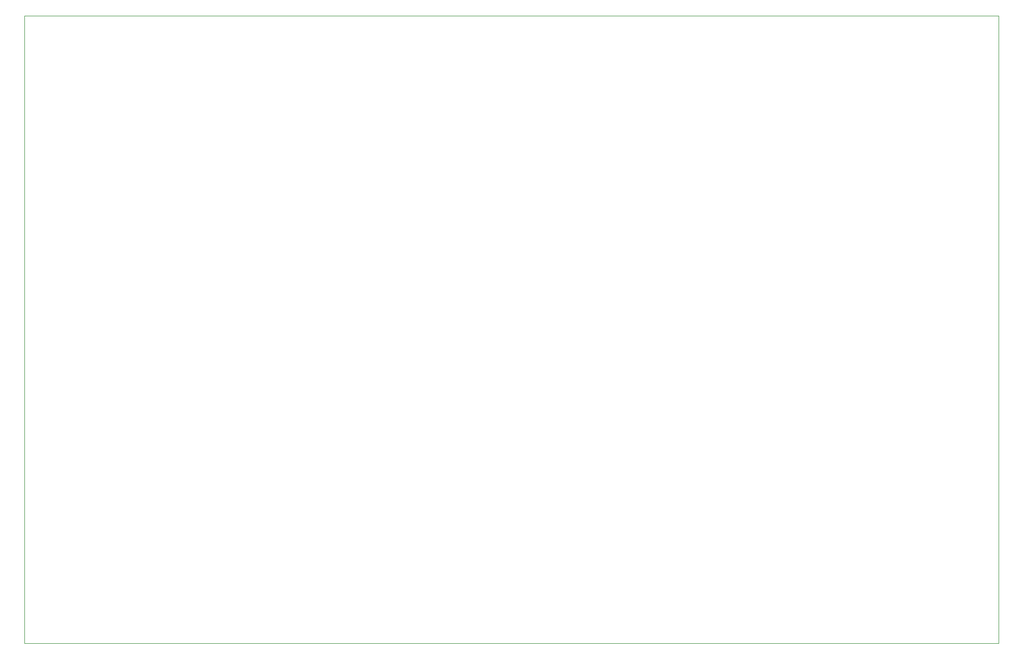
<source format=gbr>
%TF.GenerationSoftware,KiCad,Pcbnew,7.0.6+dfsg-1*%
%TF.CreationDate,2023-07-24T09:36:45-07:00*%
%TF.ProjectId,VCO,56434f2e-6b69-4636-9164-5f7063625858,rev?*%
%TF.SameCoordinates,Original*%
%TF.FileFunction,Profile,NP*%
%FSLAX46Y46*%
G04 Gerber Fmt 4.6, Leading zero omitted, Abs format (unit mm)*
G04 Created by KiCad (PCBNEW 7.0.6+dfsg-1) date 2023-07-24 09:36:45*
%MOMM*%
%LPD*%
G01*
G04 APERTURE LIST*
%TA.AperFunction,Profile*%
%ADD10C,0.050000*%
%TD*%
G04 APERTURE END LIST*
D10*
X56000000Y-46800000D02*
X56000000Y-151300000D01*
X56000000Y-151300000D02*
X218200000Y-151300000D01*
X218200000Y-46800000D02*
X56000000Y-46800000D01*
X218200000Y-151300000D02*
X218200000Y-46800000D01*
M02*

</source>
